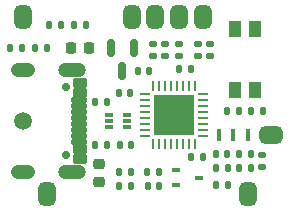
<source format=gbr>
%TF.GenerationSoftware,KiCad,Pcbnew,8.0.0-rc2-74-g5f063dd458*%
%TF.CreationDate,2024-01-29T02:35:24+02:00*%
%TF.ProjectId,SamoProg,53616d6f-5072-46f6-972e-6b696361645f,rev?*%
%TF.SameCoordinates,Original*%
%TF.FileFunction,Soldermask,Top*%
%TF.FilePolarity,Negative*%
%FSLAX46Y46*%
G04 Gerber Fmt 4.6, Leading zero omitted, Abs format (unit mm)*
G04 Created by KiCad (PCBNEW 8.0.0-rc2-74-g5f063dd458) date 2024-01-29 02:35:24*
%MOMM*%
%LPD*%
G01*
G04 APERTURE LIST*
G04 Aperture macros list*
%AMRoundRect*
0 Rectangle with rounded corners*
0 $1 Rounding radius*
0 $2 $3 $4 $5 $6 $7 $8 $9 X,Y pos of 4 corners*
0 Add a 4 corners polygon primitive as box body*
4,1,4,$2,$3,$4,$5,$6,$7,$8,$9,$2,$3,0*
0 Add four circle primitives for the rounded corners*
1,1,$1+$1,$2,$3*
1,1,$1+$1,$4,$5*
1,1,$1+$1,$6,$7*
1,1,$1+$1,$8,$9*
0 Add four rect primitives between the rounded corners*
20,1,$1+$1,$2,$3,$4,$5,0*
20,1,$1+$1,$4,$5,$6,$7,0*
20,1,$1+$1,$6,$7,$8,$9,0*
20,1,$1+$1,$8,$9,$2,$3,0*%
G04 Aperture macros list end*
%ADD10RoundRect,0.225000X0.250000X-0.225000X0.250000X0.225000X-0.250000X0.225000X-0.250000X-0.225000X0*%
%ADD11C,1.500000*%
%ADD12RoundRect,0.500000X0.250000X-0.500000X0.250000X0.500000X-0.250000X0.500000X-0.250000X-0.500000X0*%
%ADD13RoundRect,0.135000X0.185000X-0.135000X0.185000X0.135000X-0.185000X0.135000X-0.185000X-0.135000X0*%
%ADD14RoundRect,0.147500X-0.147500X-0.172500X0.147500X-0.172500X0.147500X0.172500X-0.147500X0.172500X0*%
%ADD15RoundRect,0.140000X-0.140000X-0.170000X0.140000X-0.170000X0.140000X0.170000X-0.140000X0.170000X0*%
%ADD16RoundRect,0.135000X0.135000X0.185000X-0.135000X0.185000X-0.135000X-0.185000X0.135000X-0.185000X0*%
%ADD17RoundRect,0.135000X-0.135000X-0.185000X0.135000X-0.185000X0.135000X0.185000X-0.135000X0.185000X0*%
%ADD18C,0.700000*%
%ADD19RoundRect,0.102000X-0.500000X0.300000X-0.500000X-0.300000X0.500000X-0.300000X0.500000X0.300000X0*%
%ADD20RoundRect,0.102000X-0.575000X0.150000X-0.575000X-0.150000X0.575000X-0.150000X0.575000X0.150000X0*%
%ADD21O,2.054000X1.254000*%
%ADD22O,2.354000X1.254000*%
%ADD23RoundRect,0.140000X0.170000X-0.140000X0.170000X0.140000X-0.170000X0.140000X-0.170000X-0.140000X0*%
%ADD24RoundRect,0.062500X0.375000X0.062500X-0.375000X0.062500X-0.375000X-0.062500X0.375000X-0.062500X0*%
%ADD25RoundRect,0.062500X0.062500X0.375000X-0.062500X0.375000X-0.062500X-0.375000X0.062500X-0.375000X0*%
%ADD26R,3.450000X3.450000*%
%ADD27RoundRect,0.150000X-0.150000X0.587500X-0.150000X-0.587500X0.150000X-0.587500X0.150000X0.587500X0*%
%ADD28RoundRect,0.500000X-0.250000X0.500000X-0.250000X-0.500000X0.250000X-0.500000X0.250000X0.500000X0*%
%ADD29R,1.000000X1.450000*%
%ADD30RoundRect,0.500000X-0.500000X-0.250000X0.500000X-0.250000X0.500000X0.250000X-0.500000X0.250000X0*%
%ADD31RoundRect,0.147500X0.147500X0.172500X-0.147500X0.172500X-0.147500X-0.172500X0.147500X-0.172500X0*%
%ADD32R,0.700000X0.450000*%
%ADD33RoundRect,0.140000X0.140000X0.170000X-0.140000X0.170000X-0.140000X-0.170000X0.140000X-0.170000X0*%
%ADD34RoundRect,0.225000X-0.225000X-0.250000X0.225000X-0.250000X0.225000X0.250000X-0.225000X0.250000X0*%
%ADD35RoundRect,0.140000X-0.170000X0.140000X-0.170000X-0.140000X0.170000X-0.140000X0.170000X0.140000X0*%
%ADD36R,0.700000X0.340000*%
%ADD37R,0.400000X1.000000*%
G04 APERTURE END LIST*
D10*
%TO.C,C3*%
X134600000Y-45775000D03*
X134600000Y-44225000D03*
%TD*%
D11*
%TO.C,FID1*%
X128200000Y-40600000D03*
%TD*%
D12*
%TO.C,SWDIO*%
X141400000Y-31800000D03*
%TD*%
D13*
%TO.C,R9*%
X140200000Y-35110000D03*
X140200000Y-34090000D03*
%TD*%
D14*
%TO.C,D3*%
X138750000Y-46100000D03*
X139720000Y-46100000D03*
%TD*%
D15*
%TO.C,C4*%
X147520000Y-39800000D03*
X148480000Y-39800000D03*
%TD*%
D16*
%TO.C,R8*%
X147510000Y-43400000D03*
X146490000Y-43400000D03*
%TD*%
D17*
%TO.C,R7*%
X146490000Y-44600000D03*
X147510000Y-44600000D03*
%TD*%
D13*
%TO.C,R14*%
X143000000Y-35110000D03*
X143000000Y-34090000D03*
%TD*%
D18*
%TO.C,J1*%
X131850000Y-37710000D03*
X131850000Y-43490000D03*
D19*
X133000000Y-37400000D03*
X133000000Y-38200000D03*
D20*
X132925000Y-39350000D03*
X132925000Y-40350000D03*
X132925000Y-40850000D03*
X132925000Y-41850000D03*
D19*
X133000000Y-43000000D03*
X133000000Y-43800000D03*
D20*
X132925000Y-42350000D03*
X132925000Y-41350000D03*
X132925000Y-39850000D03*
X132925000Y-38850000D03*
D21*
X128200000Y-36280000D03*
X128200000Y-44920000D03*
D22*
X132350000Y-36280000D03*
X132350000Y-44920000D03*
%TD*%
D23*
%TO.C,C10*%
X141400000Y-35080000D03*
X141400000Y-34120000D03*
%TD*%
D16*
%TO.C,R3*%
X135310000Y-42600000D03*
X134290000Y-42600000D03*
%TD*%
D24*
%TO.C,U3*%
X143400000Y-41850000D03*
X143400000Y-41350000D03*
X143400000Y-40850000D03*
X143400000Y-40350000D03*
X143400000Y-39850000D03*
X143400000Y-39350000D03*
X143400000Y-38850000D03*
X143400000Y-38350000D03*
D25*
X142712500Y-37662500D03*
X142212500Y-37662500D03*
X141712500Y-37662500D03*
X141212500Y-37662500D03*
X140712500Y-37662500D03*
X140212500Y-37662500D03*
X139712500Y-37662500D03*
X139212500Y-37662500D03*
D24*
X138525000Y-38350000D03*
X138525000Y-38850000D03*
X138525000Y-39350000D03*
X138525000Y-39850000D03*
X138525000Y-40350000D03*
X138525000Y-40850000D03*
X138525000Y-41350000D03*
X138525000Y-41850000D03*
D25*
X139212500Y-42537500D03*
X139712500Y-42537500D03*
X140212500Y-42537500D03*
X140712500Y-42537500D03*
X141212500Y-42537500D03*
X141712500Y-42537500D03*
X142212500Y-42537500D03*
X142712500Y-42537500D03*
D26*
X140962500Y-40100000D03*
%TD*%
D14*
%TO.C,D4*%
X130415000Y-32500000D03*
X131385000Y-32500000D03*
%TD*%
D12*
%TO.C,TX*%
X139400000Y-31800000D03*
%TD*%
D17*
%TO.C,R16*%
X138690000Y-44900000D03*
X139710000Y-44900000D03*
%TD*%
%TO.C,R6*%
X144490000Y-44600000D03*
X145510000Y-44600000D03*
%TD*%
D12*
%TO.C,SWDCK*%
X143400000Y-31800000D03*
%TD*%
D27*
%TO.C,U4*%
X137550000Y-34462500D03*
X135650000Y-34462500D03*
X136600000Y-36337500D03*
%TD*%
D16*
%TO.C,R15*%
X137310000Y-44900000D03*
X136290000Y-44900000D03*
%TD*%
D28*
%TO.C,RES*%
X147200000Y-46800000D03*
%TD*%
D17*
%TO.C,R12*%
X141400000Y-36200000D03*
X142420000Y-36200000D03*
%TD*%
D15*
%TO.C,C8*%
X144520000Y-43400000D03*
X145480000Y-43400000D03*
%TD*%
D29*
%TO.C,SW1*%
X146150000Y-37975000D03*
X146150000Y-32825000D03*
X147850000Y-37975000D03*
X147850000Y-32825000D03*
%TD*%
D15*
%TO.C,C2*%
X136400000Y-42600000D03*
X137360000Y-42600000D03*
%TD*%
D30*
%TO.C,VCC*%
X149200000Y-41800000D03*
%TD*%
D17*
%TO.C,R1*%
X144490000Y-46000000D03*
X145510000Y-46000000D03*
%TD*%
D12*
%TO.C,RX*%
X137400000Y-31800000D03*
%TD*%
D16*
%TO.C,R4*%
X146510000Y-39800000D03*
X145490000Y-39800000D03*
%TD*%
%TO.C,R11*%
X130220000Y-34400000D03*
X129200000Y-34400000D03*
%TD*%
%TO.C,R17*%
X133510000Y-32500000D03*
X132490000Y-32500000D03*
%TD*%
D14*
%TO.C,D1*%
X127115000Y-34400000D03*
X128085000Y-34400000D03*
%TD*%
D13*
%TO.C,R10*%
X139200000Y-35110000D03*
X139200000Y-34090000D03*
%TD*%
D31*
%TO.C,D2*%
X137285000Y-46100000D03*
X136315000Y-46100000D03*
%TD*%
D16*
%TO.C,R2*%
X135310000Y-39000000D03*
X134290000Y-39000000D03*
%TD*%
D15*
%TO.C,C1*%
X137920000Y-36400000D03*
X138880000Y-36400000D03*
%TD*%
D28*
%TO.C,GND*%
X130200000Y-46800000D03*
%TD*%
D32*
%TO.C,Q1*%
X141095815Y-44750000D03*
X141095815Y-46050000D03*
X143095815Y-45400000D03*
%TD*%
D13*
%TO.C,R13*%
X144000000Y-35110000D03*
X144000000Y-34090000D03*
%TD*%
D33*
%TO.C,C7*%
X137280000Y-38200000D03*
X136320000Y-38200000D03*
%TD*%
D34*
%TO.C,C6*%
X132225000Y-34400000D03*
X133775000Y-34400000D03*
%TD*%
D35*
%TO.C,C9*%
X148430000Y-43520000D03*
X148430000Y-44480000D03*
%TD*%
D36*
%TO.C,U1*%
X135450000Y-40100000D03*
X135450000Y-40600000D03*
X135450000Y-41100000D03*
X136950000Y-41100000D03*
X136950000Y-40600000D03*
X136950000Y-40100000D03*
%TD*%
D37*
%TO.C,Y1*%
X144800000Y-41800000D03*
X146000000Y-41800000D03*
X147200000Y-41800000D03*
%TD*%
D12*
%TO.C,+5V*%
X128200000Y-31800000D03*
%TD*%
D16*
%TO.C,R5*%
X143460000Y-43680000D03*
X142440000Y-43680000D03*
%TD*%
M02*

</source>
